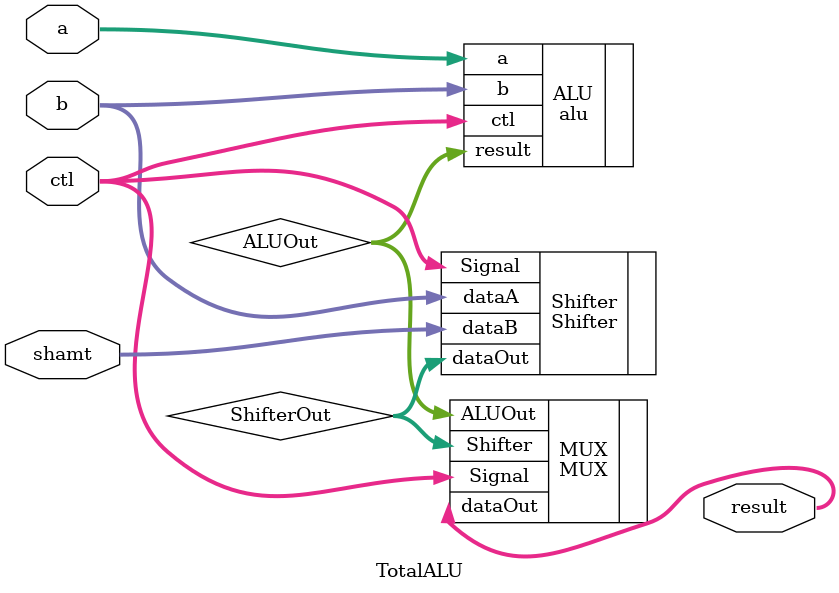
<source format=v>
`timescale 1ns/1ns
module TotalALU(ctl, a, b, shamt, result);
input [2:0] ctl;
input [31:0] a, b;
input [4:0] shamt;

output[31:0] result;
wire [31:0] ALUOut;
wire [31:0] ShifterOut;

//module alu(ctl, a, b, result, zero);
alu ALU( .ctl(ctl), .a(a), .b(b), .result(ALUOut)); // and or add sub slt addiu
Shifter Shifter( .dataA(b), .dataB(shamt), .Signal(ctl), .dataOut(ShifterOut) ); // srl
MUX MUX( .ALUOut(ALUOut), .Shifter(ShifterOut), .Signal(ctl), .dataOut(result) );


endmodule
</source>
